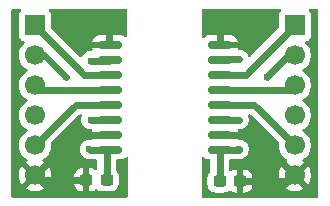
<source format=gbr>
%TF.GenerationSoftware,KiCad,Pcbnew,9.0.6-9.0.6~ubuntu22.04.1*%
%TF.CreationDate,2026-02-12T12:00:20+09:00*%
%TF.ProjectId,usb_typec_serial_insulation_adum1412,7573625f-7479-4706-9563-5f7365726961,V1.0*%
%TF.SameCoordinates,Original*%
%TF.FileFunction,Copper,L1,Top*%
%TF.FilePolarity,Positive*%
%FSLAX46Y46*%
G04 Gerber Fmt 4.6, Leading zero omitted, Abs format (unit mm)*
G04 Created by KiCad (PCBNEW 9.0.6-9.0.6~ubuntu22.04.1) date 2026-02-12 12:00:20*
%MOMM*%
%LPD*%
G01*
G04 APERTURE LIST*
G04 Aperture macros list*
%AMRoundRect*
0 Rectangle with rounded corners*
0 $1 Rounding radius*
0 $2 $3 $4 $5 $6 $7 $8 $9 X,Y pos of 4 corners*
0 Add a 4 corners polygon primitive as box body*
4,1,4,$2,$3,$4,$5,$6,$7,$8,$9,$2,$3,0*
0 Add four circle primitives for the rounded corners*
1,1,$1+$1,$2,$3*
1,1,$1+$1,$4,$5*
1,1,$1+$1,$6,$7*
1,1,$1+$1,$8,$9*
0 Add four rect primitives between the rounded corners*
20,1,$1+$1,$2,$3,$4,$5,0*
20,1,$1+$1,$4,$5,$6,$7,0*
20,1,$1+$1,$6,$7,$8,$9,0*
20,1,$1+$1,$8,$9,$2,$3,0*%
G04 Aperture macros list end*
%TA.AperFunction,SMDPad,CuDef*%
%ADD10RoundRect,0.237500X0.300000X0.237500X-0.300000X0.237500X-0.300000X-0.237500X0.300000X-0.237500X0*%
%TD*%
%TA.AperFunction,SMDPad,CuDef*%
%ADD11RoundRect,0.237500X-0.300000X-0.237500X0.300000X-0.237500X0.300000X0.237500X-0.300000X0.237500X0*%
%TD*%
%TA.AperFunction,SMDPad,CuDef*%
%ADD12RoundRect,0.150000X0.875000X0.150000X-0.875000X0.150000X-0.875000X-0.150000X0.875000X-0.150000X0*%
%TD*%
%TA.AperFunction,ComponentPad*%
%ADD13R,1.700000X1.700000*%
%TD*%
%TA.AperFunction,ComponentPad*%
%ADD14C,1.700000*%
%TD*%
%TA.AperFunction,ViaPad*%
%ADD15C,0.600000*%
%TD*%
%TA.AperFunction,Conductor*%
%ADD16C,0.600000*%
%TD*%
G04 APERTURE END LIST*
D10*
%TO.P,C2,2*%
%TO.N,GND2*%
X134837500Y-104000000D03*
%TO.P,C2,1*%
%TO.N,VCC2*%
X136562500Y-104000000D03*
%TD*%
D11*
%TO.P,C1,1*%
%TO.N,VCC1*%
X146137500Y-104100000D03*
%TO.P,C1,2*%
%TO.N,GND1*%
X147862500Y-104100000D03*
%TD*%
D12*
%TO.P,U1,1,VDD1*%
%TO.N,VCC1*%
X146150000Y-101445000D03*
%TO.P,U1,2,GND1*%
%TO.N,GND1*%
X146150000Y-100175000D03*
%TO.P,U1,3,VIA*%
%TO.N,Net-(J1-Pin_2)*%
X146150000Y-98905000D03*
%TO.P,U1,4,VIB*%
%TO.N,Net-(J1-Pin_5)*%
X146150000Y-97635000D03*
%TO.P,U1,5,VOC*%
%TO.N,Net-(J1-Pin_3)*%
X146150000Y-96365000D03*
%TO.P,U1,6,VOD*%
%TO.N,Net-(J1-Pin_1)*%
X146150000Y-95095000D03*
%TO.P,U1,7,CTRL1*%
%TO.N,VCC1*%
X146150000Y-93825000D03*
%TO.P,U1,8,GND1*%
%TO.N,GND1*%
X146150000Y-92555000D03*
%TO.P,U1,9,GND2*%
%TO.N,GND2*%
X136850000Y-92555000D03*
%TO.P,U1,10,CTRL2*%
%TO.N,VCC2*%
X136850000Y-93825000D03*
%TO.P,U1,11,VID*%
%TO.N,Net-(J2-Pin_1)*%
X136850000Y-95095000D03*
%TO.P,U1,12,VIC*%
%TO.N,Net-(J2-Pin_3)*%
X136850000Y-96365000D03*
%TO.P,U1,13,VOB*%
%TO.N,Net-(J2-Pin_5)*%
X136850000Y-97635000D03*
%TO.P,U1,14,VOA*%
%TO.N,Net-(J2-Pin_2)*%
X136850000Y-98905000D03*
%TO.P,U1,15,GND2*%
%TO.N,GND2*%
X136850000Y-100175000D03*
%TO.P,U1,16,VDD2*%
%TO.N,VCC2*%
X136850000Y-101445000D03*
%TD*%
D13*
%TO.P,J2,1,Pin_1*%
%TO.N,Net-(J2-Pin_1)*%
X130500000Y-90920000D03*
D14*
%TO.P,J2,2,Pin_2*%
%TO.N,Net-(J2-Pin_2)*%
X130500000Y-93460000D03*
%TO.P,J2,3,Pin_3*%
%TO.N,Net-(J2-Pin_3)*%
X130500000Y-96000000D03*
%TO.P,J2,4,Pin_4*%
%TO.N,VCC2*%
X130500000Y-98540000D03*
%TO.P,J2,5,Pin_5*%
%TO.N,Net-(J2-Pin_5)*%
X130500000Y-101080000D03*
%TO.P,J2,6,Pin_6*%
%TO.N,GND2*%
X130500000Y-103620000D03*
%TD*%
D13*
%TO.P,J1,1,Pin_1*%
%TO.N,Net-(J1-Pin_1)*%
X152500000Y-90920000D03*
D14*
%TO.P,J1,2,Pin_2*%
%TO.N,Net-(J1-Pin_2)*%
X152500000Y-93460000D03*
%TO.P,J1,3,Pin_3*%
%TO.N,Net-(J1-Pin_3)*%
X152500000Y-96000000D03*
%TO.P,J1,4,Pin_4*%
%TO.N,VCC1*%
X152500000Y-98540000D03*
%TO.P,J1,5,Pin_5*%
%TO.N,Net-(J1-Pin_5)*%
X152500000Y-101080000D03*
%TO.P,J1,6,Pin_6*%
%TO.N,GND1*%
X152500000Y-103620000D03*
%TD*%
D15*
%TO.N,GND1*%
X146200000Y-91600000D03*
%TO.N,GND2*%
X136800000Y-91600000D03*
%TO.N,Net-(J2-Pin_2)*%
X135200000Y-98900000D03*
X133100000Y-95300000D03*
%TO.N,Net-(J1-Pin_2)*%
X147800000Y-98900000D03*
X150100000Y-95300000D03*
%TO.N,VCC1*%
X147800000Y-93800000D03*
%TO.N,VCC2*%
X135200000Y-93900000D03*
X135100000Y-101400000D03*
%TO.N,VCC1*%
X147800000Y-101400000D03*
%TD*%
D16*
%TO.N,GND1*%
X146200000Y-91600000D02*
X146200000Y-92505000D01*
X146200000Y-92505000D02*
X146150000Y-92555000D01*
%TO.N,GND2*%
X136800000Y-91600000D02*
X136800000Y-92505000D01*
X136800000Y-92505000D02*
X136850000Y-92555000D01*
%TO.N,VCC1*%
X146137500Y-104100000D02*
X146137500Y-101457500D01*
X146137500Y-101457500D02*
X146150000Y-101445000D01*
%TO.N,GND1*%
X147862500Y-104100000D02*
X152020000Y-104100000D01*
X152020000Y-104100000D02*
X152500000Y-103620000D01*
%TO.N,VCC2*%
X136562500Y-104000000D02*
X136562500Y-101732500D01*
X136562500Y-101732500D02*
X136850000Y-101445000D01*
%TO.N,GND2*%
X134837500Y-104000000D02*
X130880000Y-104000000D01*
X130880000Y-104000000D02*
X130500000Y-103620000D01*
%TO.N,Net-(J2-Pin_2)*%
X136845000Y-98900000D02*
X136850000Y-98905000D01*
X130500000Y-93460000D02*
X131260000Y-93460000D01*
X131260000Y-93460000D02*
X133100000Y-95300000D01*
X135200000Y-98900000D02*
X136845000Y-98900000D01*
%TO.N,Net-(J1-Pin_2)*%
X152500000Y-93460000D02*
X151940000Y-93460000D01*
X151940000Y-93460000D02*
X150100000Y-95300000D01*
X147800000Y-98900000D02*
X146155000Y-98900000D01*
X146155000Y-98900000D02*
X146150000Y-98905000D01*
%TO.N,VCC1*%
X146175000Y-93800000D02*
X146150000Y-93825000D01*
X147800000Y-93800000D02*
X146175000Y-93800000D01*
%TO.N,VCC2*%
X135200000Y-93900000D02*
X136775000Y-93900000D01*
X136775000Y-93900000D02*
X136850000Y-93825000D01*
X135145000Y-101445000D02*
X135100000Y-101400000D01*
X136850000Y-101445000D02*
X135145000Y-101445000D01*
%TO.N,VCC1*%
X147755000Y-101445000D02*
X147800000Y-101400000D01*
X146150000Y-101445000D02*
X147755000Y-101445000D01*
%TO.N,GND2*%
X136850000Y-100175000D02*
X133945000Y-100175000D01*
X133945000Y-100175000D02*
X130500000Y-103620000D01*
%TO.N,GND1*%
X146150000Y-100175000D02*
X149055000Y-100175000D01*
X149055000Y-100175000D02*
X152500000Y-103620000D01*
%TO.N,Net-(J1-Pin_5)*%
X146150000Y-97635000D02*
X149055000Y-97635000D01*
X149055000Y-97635000D02*
X152500000Y-101080000D01*
%TO.N,Net-(J1-Pin_3)*%
X146150000Y-96365000D02*
X152135000Y-96365000D01*
X152135000Y-96365000D02*
X152500000Y-96000000D01*
%TO.N,Net-(J1-Pin_1)*%
X146150000Y-95095000D02*
X148325000Y-95095000D01*
X148325000Y-95095000D02*
X152500000Y-90920000D01*
%TO.N,Net-(J2-Pin_5)*%
X136850000Y-97635000D02*
X133945000Y-97635000D01*
X133945000Y-97635000D02*
X130500000Y-101080000D01*
%TO.N,Net-(J2-Pin_3)*%
X136850000Y-96365000D02*
X130865000Y-96365000D01*
X130865000Y-96365000D02*
X130500000Y-96000000D01*
%TO.N,Net-(J2-Pin_1)*%
X136850000Y-95095000D02*
X134675000Y-95095000D01*
X134675000Y-95095000D02*
X130500000Y-90920000D01*
%TD*%
%TA.AperFunction,Conductor*%
%TO.N,GND2*%
G36*
X129272085Y-89520185D02*
G01*
X129317840Y-89572989D01*
X129327784Y-89642147D01*
X129298759Y-89705703D01*
X129292727Y-89712181D01*
X129292452Y-89712455D01*
X129206206Y-89827664D01*
X129206202Y-89827671D01*
X129155908Y-89962517D01*
X129149501Y-90022116D01*
X129149501Y-90022123D01*
X129149500Y-90022135D01*
X129149500Y-91817870D01*
X129149501Y-91817876D01*
X129155908Y-91877483D01*
X129206202Y-92012328D01*
X129206206Y-92012335D01*
X129292452Y-92127544D01*
X129292455Y-92127547D01*
X129407664Y-92213793D01*
X129407671Y-92213797D01*
X129539082Y-92262810D01*
X129595016Y-92304681D01*
X129619433Y-92370145D01*
X129604582Y-92438418D01*
X129583431Y-92466673D01*
X129469889Y-92580215D01*
X129344951Y-92752179D01*
X129248444Y-92941585D01*
X129182753Y-93143760D01*
X129149500Y-93353713D01*
X129149500Y-93566286D01*
X129182753Y-93776239D01*
X129248444Y-93978414D01*
X129344951Y-94167820D01*
X129469890Y-94339786D01*
X129620213Y-94490109D01*
X129792182Y-94615050D01*
X129800946Y-94619516D01*
X129851742Y-94667491D01*
X129868536Y-94735312D01*
X129845998Y-94801447D01*
X129800946Y-94840484D01*
X129792182Y-94844949D01*
X129620213Y-94969890D01*
X129469890Y-95120213D01*
X129344951Y-95292179D01*
X129248444Y-95481585D01*
X129182753Y-95683760D01*
X129149500Y-95893713D01*
X129149500Y-96106286D01*
X129182753Y-96316239D01*
X129248444Y-96518414D01*
X129344951Y-96707820D01*
X129469890Y-96879786D01*
X129620213Y-97030109D01*
X129792182Y-97155050D01*
X129800946Y-97159516D01*
X129851742Y-97207491D01*
X129868536Y-97275312D01*
X129845998Y-97341447D01*
X129800946Y-97380484D01*
X129792182Y-97384949D01*
X129620213Y-97509890D01*
X129469890Y-97660213D01*
X129344951Y-97832179D01*
X129248444Y-98021585D01*
X129182753Y-98223760D01*
X129154372Y-98402954D01*
X129149500Y-98433713D01*
X129149500Y-98646287D01*
X129182754Y-98856243D01*
X129222590Y-98978846D01*
X129248444Y-99058414D01*
X129344951Y-99247820D01*
X129469890Y-99419786D01*
X129620213Y-99570109D01*
X129792182Y-99695050D01*
X129800946Y-99699516D01*
X129851742Y-99747491D01*
X129868536Y-99815312D01*
X129845998Y-99881447D01*
X129800946Y-99920484D01*
X129792182Y-99924949D01*
X129620213Y-100049890D01*
X129469890Y-100200213D01*
X129344951Y-100372179D01*
X129248444Y-100561585D01*
X129182753Y-100763760D01*
X129149500Y-100973713D01*
X129149500Y-101186286D01*
X129170861Y-101321158D01*
X129182754Y-101396243D01*
X129209593Y-101478846D01*
X129248444Y-101598414D01*
X129344951Y-101787820D01*
X129469890Y-101959786D01*
X129620213Y-102110109D01*
X129792179Y-102235048D01*
X129792181Y-102235049D01*
X129792184Y-102235051D01*
X129801493Y-102239794D01*
X129852290Y-102287766D01*
X129869087Y-102355587D01*
X129846552Y-102421722D01*
X129801505Y-102460760D01*
X129792446Y-102465376D01*
X129792440Y-102465380D01*
X129738282Y-102504727D01*
X129738282Y-102504728D01*
X130370591Y-103137037D01*
X130307007Y-103154075D01*
X130192993Y-103219901D01*
X130099901Y-103312993D01*
X130034075Y-103427007D01*
X130017037Y-103490591D01*
X129384728Y-102858282D01*
X129384727Y-102858282D01*
X129345380Y-102912439D01*
X129248904Y-103101782D01*
X129183242Y-103303869D01*
X129183242Y-103303872D01*
X129150000Y-103513753D01*
X129150000Y-103726246D01*
X129183242Y-103936127D01*
X129183242Y-103936130D01*
X129248904Y-104138217D01*
X129345375Y-104327550D01*
X129384728Y-104381716D01*
X130017037Y-103749408D01*
X130034075Y-103812993D01*
X130099901Y-103927007D01*
X130192993Y-104020099D01*
X130307007Y-104085925D01*
X130370590Y-104102962D01*
X129738282Y-104735269D01*
X129738282Y-104735270D01*
X129792449Y-104774624D01*
X129981782Y-104871095D01*
X130183870Y-104936757D01*
X130393754Y-104970000D01*
X130606246Y-104970000D01*
X130816127Y-104936757D01*
X130816130Y-104936757D01*
X131018217Y-104871095D01*
X131207554Y-104774622D01*
X131261716Y-104735270D01*
X131261717Y-104735270D01*
X130629408Y-104102962D01*
X130692993Y-104085925D01*
X130807007Y-104020099D01*
X130900099Y-103927007D01*
X130965925Y-103812993D01*
X130982962Y-103749408D01*
X131615270Y-104381717D01*
X131615270Y-104381716D01*
X131654622Y-104327554D01*
X131675462Y-104286654D01*
X133800001Y-104286654D01*
X133810319Y-104387652D01*
X133864546Y-104551300D01*
X133864551Y-104551311D01*
X133955052Y-104698034D01*
X133955055Y-104698038D01*
X134076961Y-104819944D01*
X134076965Y-104819947D01*
X134223688Y-104910448D01*
X134223699Y-104910453D01*
X134387347Y-104964680D01*
X134488351Y-104974999D01*
X134587500Y-104974998D01*
X134587500Y-104250000D01*
X133800001Y-104250000D01*
X133800001Y-104286654D01*
X131675462Y-104286654D01*
X131748993Y-104142343D01*
X131748995Y-104142339D01*
X131751095Y-104138215D01*
X131816757Y-103936130D01*
X131816757Y-103936127D01*
X131850000Y-103726246D01*
X131850000Y-103713345D01*
X133800000Y-103713345D01*
X133800000Y-103750000D01*
X134587500Y-103750000D01*
X134587500Y-103024999D01*
X134488360Y-103025000D01*
X134488344Y-103025001D01*
X134387347Y-103035319D01*
X134223699Y-103089546D01*
X134223688Y-103089551D01*
X134076965Y-103180052D01*
X134076961Y-103180055D01*
X133955055Y-103301961D01*
X133955052Y-103301965D01*
X133864551Y-103448688D01*
X133864546Y-103448699D01*
X133810319Y-103612347D01*
X133800000Y-103713345D01*
X131850000Y-103713345D01*
X131850000Y-103513753D01*
X131816757Y-103303872D01*
X131816757Y-103303869D01*
X131751095Y-103101782D01*
X131654624Y-102912449D01*
X131615270Y-102858282D01*
X131615269Y-102858282D01*
X130982962Y-103490590D01*
X130965925Y-103427007D01*
X130900099Y-103312993D01*
X130807007Y-103219901D01*
X130692993Y-103154075D01*
X130629409Y-103137037D01*
X131261716Y-102504728D01*
X131207547Y-102465373D01*
X131207547Y-102465372D01*
X131198500Y-102460763D01*
X131147706Y-102412788D01*
X131130912Y-102344966D01*
X131153451Y-102278832D01*
X131198508Y-102239793D01*
X131207816Y-102235051D01*
X131309519Y-102161160D01*
X131379786Y-102110109D01*
X131379788Y-102110106D01*
X131379792Y-102110104D01*
X131530104Y-101959792D01*
X131530106Y-101959788D01*
X131530109Y-101959786D01*
X131655048Y-101787820D01*
X131655047Y-101787820D01*
X131655051Y-101787816D01*
X131751557Y-101598412D01*
X131817246Y-101396243D01*
X131850500Y-101186287D01*
X131850500Y-100973713D01*
X131845051Y-100939312D01*
X131854005Y-100870020D01*
X131879840Y-100832236D01*
X134240259Y-98471819D01*
X134267186Y-98457115D01*
X134293005Y-98440523D01*
X134299205Y-98439631D01*
X134301582Y-98438334D01*
X134327940Y-98435500D01*
X134340368Y-98435500D01*
X134407407Y-98455185D01*
X134453162Y-98507989D01*
X134463106Y-98577147D01*
X134454929Y-98606952D01*
X134430264Y-98666498D01*
X134430261Y-98666510D01*
X134399500Y-98821153D01*
X134399500Y-98978846D01*
X134430261Y-99133489D01*
X134430264Y-99133501D01*
X134490602Y-99279172D01*
X134490609Y-99279185D01*
X134578210Y-99410288D01*
X134578213Y-99410292D01*
X134689707Y-99521786D01*
X134689711Y-99521789D01*
X134820814Y-99609390D01*
X134820827Y-99609397D01*
X134966498Y-99669735D01*
X134966503Y-99669737D01*
X135116211Y-99699516D01*
X135121153Y-99700499D01*
X135121156Y-99700500D01*
X135121158Y-99700500D01*
X135227247Y-99700500D01*
X135294286Y-99720185D01*
X135340041Y-99772989D01*
X135349985Y-99842147D01*
X135346324Y-99859094D01*
X135327899Y-99922511D01*
X135327704Y-99924998D01*
X135327705Y-99925000D01*
X136726000Y-99925000D01*
X136793039Y-99944685D01*
X136838794Y-99997489D01*
X136850000Y-100049000D01*
X136850000Y-100301000D01*
X136830315Y-100368039D01*
X136777511Y-100413794D01*
X136726000Y-100425000D01*
X135327705Y-100425000D01*
X135327704Y-100425001D01*
X135327899Y-100427488D01*
X135327900Y-100427494D01*
X135333126Y-100445481D01*
X135332925Y-100515350D01*
X135294982Y-100574019D01*
X135231343Y-100602861D01*
X135189861Y-100601691D01*
X135178844Y-100599500D01*
X135178842Y-100599500D01*
X135021158Y-100599500D01*
X135021155Y-100599500D01*
X134866510Y-100630261D01*
X134866498Y-100630264D01*
X134720827Y-100690602D01*
X134720814Y-100690609D01*
X134589711Y-100778210D01*
X134589707Y-100778213D01*
X134478213Y-100889707D01*
X134478210Y-100889711D01*
X134390609Y-101020814D01*
X134390602Y-101020827D01*
X134330264Y-101166498D01*
X134330261Y-101166510D01*
X134299500Y-101321153D01*
X134299500Y-101478846D01*
X134330261Y-101633489D01*
X134330264Y-101633501D01*
X134390602Y-101779172D01*
X134390609Y-101779185D01*
X134478210Y-101910288D01*
X134478213Y-101910292D01*
X134634707Y-102066786D01*
X134634711Y-102066789D01*
X134765814Y-102154390D01*
X134765818Y-102154392D01*
X134765821Y-102154394D01*
X134911503Y-102214738D01*
X135051563Y-102242597D01*
X135066153Y-102245499D01*
X135066157Y-102245500D01*
X135066158Y-102245500D01*
X135638000Y-102245500D01*
X135705039Y-102265185D01*
X135750794Y-102317989D01*
X135762000Y-102369500D01*
X135762000Y-103059012D01*
X135742315Y-103126051D01*
X135689511Y-103171806D01*
X135620353Y-103181750D01*
X135572903Y-103164551D01*
X135451305Y-103089548D01*
X135451300Y-103089546D01*
X135287652Y-103035319D01*
X135186654Y-103025000D01*
X135087500Y-103025000D01*
X135087500Y-104974999D01*
X135186640Y-104974999D01*
X135186654Y-104974998D01*
X135287652Y-104964680D01*
X135451300Y-104910453D01*
X135451311Y-104910448D01*
X135598035Y-104819947D01*
X135611960Y-104806021D01*
X135673282Y-104772533D01*
X135742973Y-104777514D01*
X135787327Y-104806017D01*
X135801650Y-104820340D01*
X135948484Y-104910908D01*
X136112247Y-104965174D01*
X136213323Y-104975500D01*
X136911676Y-104975499D01*
X136911684Y-104975498D01*
X136911687Y-104975498D01*
X136967030Y-104969844D01*
X137012753Y-104965174D01*
X137176516Y-104910908D01*
X137323350Y-104820340D01*
X137445340Y-104698350D01*
X137535908Y-104551516D01*
X137590174Y-104387753D01*
X137600500Y-104286677D01*
X137600499Y-103713324D01*
X137590174Y-103612247D01*
X137535908Y-103448484D01*
X137445340Y-103301650D01*
X137399319Y-103255629D01*
X137365834Y-103194306D01*
X137363000Y-103167948D01*
X137363000Y-102369500D01*
X137382685Y-102302461D01*
X137435489Y-102256706D01*
X137487000Y-102245500D01*
X137790686Y-102245500D01*
X137790694Y-102245500D01*
X137827569Y-102242598D01*
X137827571Y-102242597D01*
X137827573Y-102242597D01*
X137923459Y-102214739D01*
X137985398Y-102196744D01*
X138126865Y-102113081D01*
X138165737Y-102074209D01*
X138227060Y-102040723D01*
X138296751Y-102045707D01*
X138352685Y-102087577D01*
X138377103Y-102153042D01*
X138377417Y-102161160D01*
X138396322Y-105374771D01*
X138377032Y-105441925D01*
X138324498Y-105487989D01*
X138272324Y-105499500D01*
X128624500Y-105499500D01*
X128557461Y-105479815D01*
X128511706Y-105427011D01*
X128500500Y-105375500D01*
X128500500Y-89624500D01*
X128520185Y-89557461D01*
X128572989Y-89511706D01*
X128624500Y-89500500D01*
X129205046Y-89500500D01*
X129272085Y-89520185D01*
G37*
%TD.AperFunction*%
%TA.AperFunction,Conductor*%
G36*
X138246710Y-89520185D02*
G01*
X138292465Y-89572989D01*
X138303669Y-89623771D01*
X138316360Y-91781444D01*
X138297070Y-91848598D01*
X138244536Y-91894662D01*
X138175437Y-91905013D01*
X138129241Y-91888905D01*
X137985196Y-91803717D01*
X137985193Y-91803716D01*
X137827495Y-91757900D01*
X137827489Y-91757899D01*
X137790649Y-91755000D01*
X137100000Y-91755000D01*
X137100000Y-92431000D01*
X137080315Y-92498039D01*
X137027511Y-92543794D01*
X136976000Y-92555000D01*
X136850000Y-92555000D01*
X136850000Y-92681000D01*
X136830315Y-92748039D01*
X136777511Y-92793794D01*
X136726000Y-92805000D01*
X135327705Y-92805000D01*
X135327704Y-92805001D01*
X135327899Y-92807488D01*
X135327900Y-92807494D01*
X135366660Y-92940905D01*
X135366461Y-93010775D01*
X135328519Y-93069445D01*
X135264880Y-93098288D01*
X135247584Y-93099500D01*
X135121155Y-93099500D01*
X134966510Y-93130261D01*
X134966498Y-93130264D01*
X134820827Y-93190602D01*
X134820814Y-93190609D01*
X134689711Y-93278210D01*
X134689707Y-93278213D01*
X134578213Y-93389707D01*
X134578210Y-93389711D01*
X134490609Y-93520814D01*
X134490604Y-93520824D01*
X134486143Y-93531595D01*
X134442302Y-93585998D01*
X134376007Y-93608063D01*
X134308308Y-93590784D01*
X134283901Y-93571823D01*
X133017076Y-92304998D01*
X135327704Y-92304998D01*
X135327705Y-92305000D01*
X136600000Y-92305000D01*
X136600000Y-91755000D01*
X135909350Y-91755000D01*
X135872510Y-91757899D01*
X135872504Y-91757900D01*
X135714806Y-91803716D01*
X135714803Y-91803717D01*
X135573447Y-91887314D01*
X135573438Y-91887321D01*
X135457321Y-92003438D01*
X135457314Y-92003447D01*
X135373718Y-92144801D01*
X135327899Y-92302513D01*
X135327704Y-92304998D01*
X133017076Y-92304998D01*
X131886818Y-91174740D01*
X131853333Y-91113417D01*
X131850499Y-91087059D01*
X131850499Y-90022129D01*
X131850498Y-90022123D01*
X131850497Y-90022116D01*
X131844091Y-89962517D01*
X131793796Y-89827669D01*
X131793795Y-89827668D01*
X131793793Y-89827664D01*
X131707547Y-89712455D01*
X131707273Y-89712181D01*
X131707087Y-89711840D01*
X131702232Y-89705355D01*
X131703164Y-89704656D01*
X131673788Y-89650858D01*
X131678772Y-89581166D01*
X131720644Y-89525233D01*
X131786108Y-89500816D01*
X131794954Y-89500500D01*
X138179671Y-89500500D01*
X138246710Y-89520185D01*
G37*
%TD.AperFunction*%
%TD*%
%TA.AperFunction,Conductor*%
%TO.N,GND1*%
G36*
X154442539Y-89520185D02*
G01*
X154488294Y-89572989D01*
X154499500Y-89624500D01*
X154499500Y-105375500D01*
X154479815Y-105442539D01*
X154427011Y-105488294D01*
X154375500Y-105499500D01*
X144724000Y-105499500D01*
X144656961Y-105479815D01*
X144611206Y-105427011D01*
X144600000Y-105375500D01*
X144600000Y-102139309D01*
X144619685Y-102072270D01*
X144672489Y-102026515D01*
X144741647Y-102016571D01*
X144805203Y-102045596D01*
X144811681Y-102051628D01*
X144873129Y-102113076D01*
X144873133Y-102113079D01*
X144873135Y-102113081D01*
X145014602Y-102196744D01*
X145056224Y-102208836D01*
X145172426Y-102242597D01*
X145172429Y-102242597D01*
X145172431Y-102242598D01*
X145209306Y-102245500D01*
X145213000Y-102245500D01*
X145280039Y-102265185D01*
X145325794Y-102317989D01*
X145337000Y-102369500D01*
X145337000Y-103267948D01*
X145317315Y-103334987D01*
X145300681Y-103355629D01*
X145254661Y-103401648D01*
X145164093Y-103548481D01*
X145164091Y-103548486D01*
X145140394Y-103619999D01*
X145109826Y-103712247D01*
X145109826Y-103712248D01*
X145109825Y-103712248D01*
X145099500Y-103813315D01*
X145099500Y-104386669D01*
X145099501Y-104386687D01*
X145109825Y-104487752D01*
X145146109Y-104597249D01*
X145164092Y-104651516D01*
X145254660Y-104798350D01*
X145376650Y-104920340D01*
X145523484Y-105010908D01*
X145687247Y-105065174D01*
X145788323Y-105075500D01*
X146486676Y-105075499D01*
X146486684Y-105075498D01*
X146486687Y-105075498D01*
X146542030Y-105069844D01*
X146587753Y-105065174D01*
X146751516Y-105010908D01*
X146898350Y-104920340D01*
X146912671Y-104906018D01*
X146973989Y-104872533D01*
X147043681Y-104877514D01*
X147088034Y-104906017D01*
X147101961Y-104919944D01*
X147101965Y-104919947D01*
X147248688Y-105010448D01*
X147248699Y-105010453D01*
X147412347Y-105064680D01*
X147513351Y-105074999D01*
X148112500Y-105074999D01*
X148211640Y-105074999D01*
X148211654Y-105074998D01*
X148312652Y-105064680D01*
X148476300Y-105010453D01*
X148476311Y-105010448D01*
X148623034Y-104919947D01*
X148623038Y-104919944D01*
X148744944Y-104798038D01*
X148744947Y-104798034D01*
X148835448Y-104651311D01*
X148835453Y-104651299D01*
X148836212Y-104649011D01*
X148836212Y-104649010D01*
X148836213Y-104649007D01*
X148889680Y-104487651D01*
X148899999Y-104386654D01*
X148900000Y-104386641D01*
X148900000Y-104350000D01*
X148112500Y-104350000D01*
X148112500Y-105074999D01*
X147513351Y-105074999D01*
X147612500Y-105074998D01*
X147612500Y-103850000D01*
X148112500Y-103850000D01*
X148899999Y-103850000D01*
X148899999Y-103813360D01*
X148899998Y-103813345D01*
X148889680Y-103712347D01*
X148835451Y-103548696D01*
X148835448Y-103548688D01*
X148744947Y-103401965D01*
X148744944Y-103401961D01*
X148623038Y-103280055D01*
X148623034Y-103280052D01*
X148476311Y-103189551D01*
X148476300Y-103189546D01*
X148312652Y-103135319D01*
X148211654Y-103125000D01*
X148112500Y-103125000D01*
X148112500Y-103850000D01*
X147612500Y-103850000D01*
X147612500Y-103124999D01*
X147513360Y-103125000D01*
X147513344Y-103125001D01*
X147412347Y-103135319D01*
X147248699Y-103189546D01*
X147248694Y-103189548D01*
X147127097Y-103264551D01*
X147059704Y-103282991D01*
X146993041Y-103262068D01*
X146948271Y-103208426D01*
X146938000Y-103159012D01*
X146938000Y-102369500D01*
X146957685Y-102302461D01*
X147010489Y-102256706D01*
X147062000Y-102245500D01*
X147833844Y-102245500D01*
X147833845Y-102245499D01*
X147988497Y-102214737D01*
X148134179Y-102154394D01*
X148265289Y-102066789D01*
X148421789Y-101910289D01*
X148509394Y-101779179D01*
X148569738Y-101633497D01*
X148600500Y-101478842D01*
X148600500Y-101321157D01*
X148569738Y-101166502D01*
X148509394Y-101020821D01*
X148509392Y-101020818D01*
X148509390Y-101020814D01*
X148421789Y-100889709D01*
X148310290Y-100778210D01*
X148179185Y-100690609D01*
X148179175Y-100690604D01*
X148033498Y-100630262D01*
X148033490Y-100630260D01*
X147878847Y-100599500D01*
X147878843Y-100599500D01*
X147787279Y-100599500D01*
X147720240Y-100579815D01*
X147674485Y-100527011D01*
X147664541Y-100457853D01*
X147668203Y-100440905D01*
X147672099Y-100427494D01*
X147672100Y-100427488D01*
X147672295Y-100425001D01*
X147672295Y-100425000D01*
X146274000Y-100425000D01*
X146206961Y-100405315D01*
X146161206Y-100352511D01*
X146150000Y-100301000D01*
X146150000Y-100049000D01*
X146169685Y-99981961D01*
X146222489Y-99936206D01*
X146274000Y-99925000D01*
X147672295Y-99925000D01*
X147672295Y-99924998D01*
X147672100Y-99922511D01*
X147653676Y-99859094D01*
X147653876Y-99789225D01*
X147691819Y-99730555D01*
X147755457Y-99701712D01*
X147772753Y-99700500D01*
X147878844Y-99700500D01*
X147878845Y-99700499D01*
X148033497Y-99669737D01*
X148179179Y-99609394D01*
X148310289Y-99521789D01*
X148421789Y-99410289D01*
X148509394Y-99279179D01*
X148569737Y-99133497D01*
X148600500Y-98978842D01*
X148600500Y-98821158D01*
X148600500Y-98821155D01*
X148600499Y-98821153D01*
X148569737Y-98666503D01*
X148563908Y-98652431D01*
X148545071Y-98606952D01*
X148541563Y-98574327D01*
X148536894Y-98541853D01*
X148537847Y-98539765D01*
X148537602Y-98537482D01*
X148552290Y-98508139D01*
X148565919Y-98478297D01*
X148567850Y-98477055D01*
X148568878Y-98475003D01*
X148597091Y-98458264D01*
X148624697Y-98440523D01*
X148627727Y-98440087D01*
X148628967Y-98439352D01*
X148659632Y-98435500D01*
X148672060Y-98435500D01*
X148739099Y-98455185D01*
X148759741Y-98471819D01*
X151120155Y-100832233D01*
X151153640Y-100893556D01*
X151154948Y-100939310D01*
X151149500Y-100973711D01*
X151149500Y-101186286D01*
X151170860Y-101321152D01*
X151182754Y-101396243D01*
X151209593Y-101478846D01*
X151248444Y-101598414D01*
X151344951Y-101787820D01*
X151469890Y-101959786D01*
X151620213Y-102110109D01*
X151792179Y-102235048D01*
X151792181Y-102235049D01*
X151792184Y-102235051D01*
X151801493Y-102239794D01*
X151852290Y-102287766D01*
X151869087Y-102355587D01*
X151846552Y-102421722D01*
X151801505Y-102460760D01*
X151792446Y-102465376D01*
X151792440Y-102465380D01*
X151738282Y-102504727D01*
X151738282Y-102504728D01*
X152370591Y-103137037D01*
X152307007Y-103154075D01*
X152192993Y-103219901D01*
X152099901Y-103312993D01*
X152034075Y-103427007D01*
X152017037Y-103490591D01*
X151384728Y-102858282D01*
X151384727Y-102858282D01*
X151345380Y-102912439D01*
X151248904Y-103101782D01*
X151183242Y-103303869D01*
X151183242Y-103303872D01*
X151150000Y-103513753D01*
X151150000Y-103726246D01*
X151183242Y-103936127D01*
X151183242Y-103936130D01*
X151248904Y-104138217D01*
X151345375Y-104327550D01*
X151384728Y-104381716D01*
X152017037Y-103749408D01*
X152034075Y-103812993D01*
X152099901Y-103927007D01*
X152192993Y-104020099D01*
X152307007Y-104085925D01*
X152370590Y-104102962D01*
X151738282Y-104735269D01*
X151738282Y-104735270D01*
X151792449Y-104774624D01*
X151981782Y-104871095D01*
X152183870Y-104936757D01*
X152393754Y-104970000D01*
X152606246Y-104970000D01*
X152816127Y-104936757D01*
X152816130Y-104936757D01*
X153018217Y-104871095D01*
X153207554Y-104774622D01*
X153261716Y-104735270D01*
X153261717Y-104735270D01*
X152629408Y-104102962D01*
X152692993Y-104085925D01*
X152807007Y-104020099D01*
X152900099Y-103927007D01*
X152965925Y-103812993D01*
X152982962Y-103749409D01*
X153615270Y-104381717D01*
X153615270Y-104381716D01*
X153654622Y-104327554D01*
X153751095Y-104138217D01*
X153816757Y-103936130D01*
X153816757Y-103936127D01*
X153850000Y-103726246D01*
X153850000Y-103513753D01*
X153816757Y-103303872D01*
X153816757Y-103303869D01*
X153751095Y-103101782D01*
X153654624Y-102912449D01*
X153615270Y-102858282D01*
X153615269Y-102858282D01*
X152982962Y-103490590D01*
X152965925Y-103427007D01*
X152900099Y-103312993D01*
X152807007Y-103219901D01*
X152692993Y-103154075D01*
X152629409Y-103137037D01*
X153261716Y-102504728D01*
X153207547Y-102465373D01*
X153207547Y-102465372D01*
X153198500Y-102460763D01*
X153147706Y-102412788D01*
X153130912Y-102344966D01*
X153153451Y-102278832D01*
X153198508Y-102239793D01*
X153207816Y-102235051D01*
X153287007Y-102177515D01*
X153379786Y-102110109D01*
X153379788Y-102110106D01*
X153379792Y-102110104D01*
X153530104Y-101959792D01*
X153530106Y-101959788D01*
X153530109Y-101959786D01*
X153655048Y-101787820D01*
X153655047Y-101787820D01*
X153655051Y-101787816D01*
X153751557Y-101598412D01*
X153817246Y-101396243D01*
X153850500Y-101186287D01*
X153850500Y-100973713D01*
X153817246Y-100763757D01*
X153751557Y-100561588D01*
X153655051Y-100372184D01*
X153655049Y-100372181D01*
X153655048Y-100372179D01*
X153530109Y-100200213D01*
X153379786Y-100049890D01*
X153207820Y-99924951D01*
X153203031Y-99922511D01*
X153199054Y-99920485D01*
X153148259Y-99872512D01*
X153131463Y-99804692D01*
X153153999Y-99738556D01*
X153199054Y-99699515D01*
X153207816Y-99695051D01*
X153242661Y-99669735D01*
X153379786Y-99570109D01*
X153379788Y-99570106D01*
X153379792Y-99570104D01*
X153530104Y-99419792D01*
X153530106Y-99419788D01*
X153530109Y-99419786D01*
X153655048Y-99247820D01*
X153655047Y-99247820D01*
X153655051Y-99247816D01*
X153751557Y-99058412D01*
X153817246Y-98856243D01*
X153850500Y-98646287D01*
X153850500Y-98433713D01*
X153817246Y-98223757D01*
X153751557Y-98021588D01*
X153655051Y-97832184D01*
X153655049Y-97832181D01*
X153655048Y-97832179D01*
X153530109Y-97660213D01*
X153379786Y-97509890D01*
X153207820Y-97384951D01*
X153202874Y-97382431D01*
X153199054Y-97380485D01*
X153148259Y-97332512D01*
X153131463Y-97264692D01*
X153153999Y-97198556D01*
X153199054Y-97159515D01*
X153207816Y-97155051D01*
X153306801Y-97083135D01*
X153379786Y-97030109D01*
X153379788Y-97030106D01*
X153379792Y-97030104D01*
X153530104Y-96879792D01*
X153530106Y-96879788D01*
X153530109Y-96879786D01*
X153655048Y-96707820D01*
X153655047Y-96707820D01*
X153655051Y-96707816D01*
X153751557Y-96518412D01*
X153817246Y-96316243D01*
X153850500Y-96106287D01*
X153850500Y-95893713D01*
X153817246Y-95683757D01*
X153751557Y-95481588D01*
X153655051Y-95292184D01*
X153655049Y-95292181D01*
X153655048Y-95292179D01*
X153530109Y-95120213D01*
X153379786Y-94969890D01*
X153207820Y-94844951D01*
X153202874Y-94842431D01*
X153199054Y-94840485D01*
X153148259Y-94792512D01*
X153131463Y-94724692D01*
X153153999Y-94658556D01*
X153199054Y-94619515D01*
X153207816Y-94615051D01*
X153306801Y-94543135D01*
X153379786Y-94490109D01*
X153379788Y-94490106D01*
X153379792Y-94490104D01*
X153530104Y-94339792D01*
X153530106Y-94339788D01*
X153530109Y-94339786D01*
X153655048Y-94167820D01*
X153655047Y-94167820D01*
X153655051Y-94167816D01*
X153751557Y-93978412D01*
X153817246Y-93776243D01*
X153850500Y-93566287D01*
X153850500Y-93353713D01*
X153817246Y-93143757D01*
X153751557Y-92941588D01*
X153655051Y-92752184D01*
X153655049Y-92752181D01*
X153655048Y-92752179D01*
X153530109Y-92580213D01*
X153416569Y-92466673D01*
X153383084Y-92405350D01*
X153388068Y-92335658D01*
X153429940Y-92279725D01*
X153460915Y-92262810D01*
X153592331Y-92213796D01*
X153707546Y-92127546D01*
X153793796Y-92012331D01*
X153844091Y-91877483D01*
X153850500Y-91817873D01*
X153850499Y-90022128D01*
X153844091Y-89962517D01*
X153793796Y-89827669D01*
X153793795Y-89827668D01*
X153793793Y-89827664D01*
X153707547Y-89712455D01*
X153707273Y-89712181D01*
X153707087Y-89711840D01*
X153702232Y-89705355D01*
X153703164Y-89704656D01*
X153673788Y-89650858D01*
X153678772Y-89581166D01*
X153720644Y-89525233D01*
X153786108Y-89500816D01*
X153794954Y-89500500D01*
X154375500Y-89500500D01*
X154442539Y-89520185D01*
G37*
%TD.AperFunction*%
%TA.AperFunction,Conductor*%
G36*
X151272085Y-89520185D02*
G01*
X151317840Y-89572989D01*
X151327784Y-89642147D01*
X151298759Y-89705703D01*
X151292727Y-89712181D01*
X151292452Y-89712455D01*
X151206206Y-89827664D01*
X151206202Y-89827671D01*
X151155908Y-89962517D01*
X151149501Y-90022116D01*
X151149501Y-90022123D01*
X151149500Y-90022135D01*
X151149500Y-91087059D01*
X151129815Y-91154098D01*
X151113181Y-91174740D01*
X148745387Y-93542533D01*
X148684064Y-93576018D01*
X148614372Y-93571034D01*
X148558439Y-93529162D01*
X148543148Y-93502311D01*
X148509394Y-93420821D01*
X148509392Y-93420818D01*
X148509390Y-93420814D01*
X148421789Y-93289711D01*
X148421786Y-93289707D01*
X148310292Y-93178213D01*
X148310288Y-93178210D01*
X148179185Y-93090609D01*
X148179172Y-93090602D01*
X148033501Y-93030264D01*
X148033489Y-93030261D01*
X147878845Y-92999500D01*
X147878842Y-92999500D01*
X147781469Y-92999500D01*
X147714430Y-92979815D01*
X147668675Y-92927011D01*
X147658731Y-92857853D01*
X147662392Y-92840907D01*
X147672099Y-92807491D01*
X147672100Y-92807488D01*
X147672295Y-92805001D01*
X147672295Y-92805000D01*
X146274000Y-92805000D01*
X146206961Y-92785315D01*
X146161206Y-92732511D01*
X146150000Y-92681000D01*
X146150000Y-92555000D01*
X146024000Y-92555000D01*
X145956961Y-92535315D01*
X145911206Y-92482511D01*
X145900000Y-92431000D01*
X145900000Y-92305000D01*
X146400000Y-92305000D01*
X147672295Y-92305000D01*
X147672295Y-92304998D01*
X147672100Y-92302513D01*
X147626281Y-92144801D01*
X147542685Y-92003447D01*
X147542678Y-92003438D01*
X147426561Y-91887321D01*
X147426552Y-91887314D01*
X147285196Y-91803717D01*
X147285193Y-91803716D01*
X147127495Y-91757900D01*
X147127489Y-91757899D01*
X147090649Y-91755000D01*
X146400000Y-91755000D01*
X146400000Y-92305000D01*
X145900000Y-92305000D01*
X145900000Y-91755000D01*
X145209350Y-91755000D01*
X145172510Y-91757899D01*
X145172504Y-91757900D01*
X145014806Y-91803716D01*
X145014803Y-91803717D01*
X144873447Y-91887314D01*
X144873438Y-91887321D01*
X144811681Y-91949079D01*
X144750358Y-91982564D01*
X144680666Y-91977580D01*
X144624733Y-91935708D01*
X144600316Y-91870244D01*
X144600000Y-91861398D01*
X144600000Y-89624500D01*
X144619685Y-89557461D01*
X144672489Y-89511706D01*
X144724000Y-89500500D01*
X151205046Y-89500500D01*
X151272085Y-89520185D01*
G37*
%TD.AperFunction*%
%TD*%
M02*

</source>
